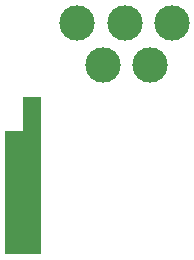
<source format=gbp>
G04*
G04 #@! TF.GenerationSoftware,Altium Limited,Altium Designer,24.7.2 (38)*
G04*
G04 Layer_Color=128*
%FSLAX44Y44*%
%MOMM*%
G71*
G04*
G04 #@! TF.SameCoordinates,5F2224E1-EEEE-49E5-A837-5A6DF9339696*
G04*
G04*
G04 #@! TF.FilePolarity,Positive*
G04*
G01*
G75*
%ADD71C,3.0000*%
G36*
X1089673Y1007707D02*
X1059193D01*
Y1111504D01*
X1074433D01*
Y1140143D01*
X1089673D01*
Y1007707D01*
D02*
G37*
D71*
X1120780Y1202840D02*
D03*
X1160780D02*
D03*
X1200780D02*
D03*
X1142380Y1167280D02*
D03*
X1182380D02*
D03*
M02*

</source>
